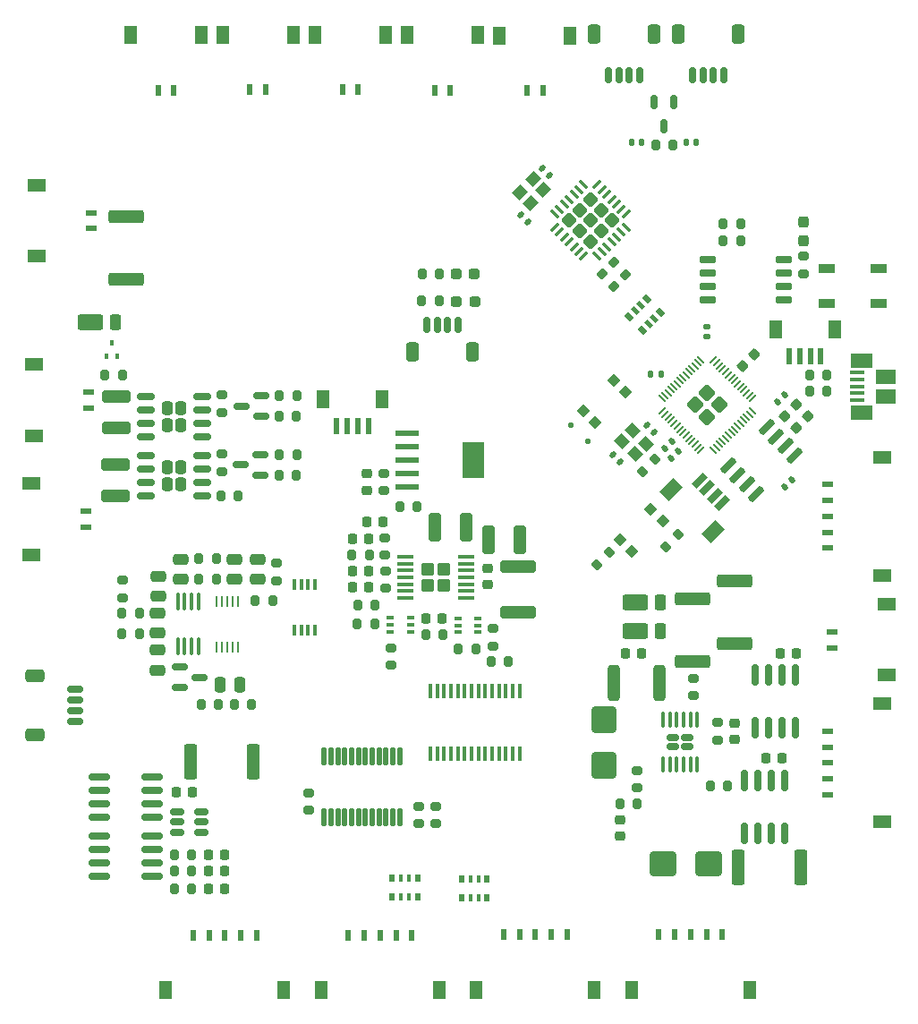
<source format=gbr>
%TF.GenerationSoftware,KiCad,Pcbnew,7.0.1*%
%TF.CreationDate,2023-12-11T20:48:33-07:00*%
%TF.ProjectId,Battery_Board_V3,42617474-6572-4795-9f42-6f6172645f56,rev?*%
%TF.SameCoordinates,Original*%
%TF.FileFunction,Paste,Top*%
%TF.FilePolarity,Positive*%
%FSLAX46Y46*%
G04 Gerber Fmt 4.6, Leading zero omitted, Abs format (unit mm)*
G04 Created by KiCad (PCBNEW 7.0.1) date 2023-12-11 20:48:33*
%MOMM*%
%LPD*%
G01*
G04 APERTURE LIST*
G04 Aperture macros list*
%AMRoundRect*
0 Rectangle with rounded corners*
0 $1 Rounding radius*
0 $2 $3 $4 $5 $6 $7 $8 $9 X,Y pos of 4 corners*
0 Add a 4 corners polygon primitive as box body*
4,1,4,$2,$3,$4,$5,$6,$7,$8,$9,$2,$3,0*
0 Add four circle primitives for the rounded corners*
1,1,$1+$1,$2,$3*
1,1,$1+$1,$4,$5*
1,1,$1+$1,$6,$7*
1,1,$1+$1,$8,$9*
0 Add four rect primitives between the rounded corners*
20,1,$1+$1,$2,$3,$4,$5,0*
20,1,$1+$1,$4,$5,$6,$7,0*
20,1,$1+$1,$6,$7,$8,$9,0*
20,1,$1+$1,$8,$9,$2,$3,0*%
%AMRotRect*
0 Rectangle, with rotation*
0 The origin of the aperture is its center*
0 $1 length*
0 $2 width*
0 $3 Rotation angle, in degrees counterclockwise*
0 Add horizontal line*
21,1,$1,$2,0,0,$3*%
G04 Aperture macros list end*
%ADD10RoundRect,0.150000X0.150000X0.625000X-0.150000X0.625000X-0.150000X-0.625000X0.150000X-0.625000X0*%
%ADD11RoundRect,0.250000X0.350000X0.650000X-0.350000X0.650000X-0.350000X-0.650000X0.350000X-0.650000X0*%
%ADD12RoundRect,0.250000X1.425000X-0.362500X1.425000X0.362500X-1.425000X0.362500X-1.425000X-0.362500X0*%
%ADD13R,1.000000X0.600000*%
%ADD14R,1.800000X1.250000*%
%ADD15RoundRect,0.200000X0.275000X-0.200000X0.275000X0.200000X-0.275000X0.200000X-0.275000X-0.200000X0*%
%ADD16RotRect,0.600000X1.550000X135.000000*%
%ADD17RotRect,1.200000X1.800000X135.000000*%
%ADD18RoundRect,0.225000X-0.225000X-0.250000X0.225000X-0.250000X0.225000X0.250000X-0.225000X0.250000X0*%
%ADD19R,1.500000X0.900000*%
%ADD20RoundRect,0.150000X0.825000X0.150000X-0.825000X0.150000X-0.825000X-0.150000X0.825000X-0.150000X0*%
%ADD21R,0.650000X0.400000*%
%ADD22RoundRect,0.200000X-0.200000X-0.275000X0.200000X-0.275000X0.200000X0.275000X-0.200000X0.275000X0*%
%ADD23RoundRect,0.250000X0.255000X0.395000X-0.255000X0.395000X-0.255000X-0.395000X0.255000X-0.395000X0*%
%ADD24RoundRect,0.150000X0.662500X0.150000X-0.662500X0.150000X-0.662500X-0.150000X0.662500X-0.150000X0*%
%ADD25RoundRect,0.150000X-0.512500X-0.150000X0.512500X-0.150000X0.512500X0.150000X-0.512500X0.150000X0*%
%ADD26R,0.600000X1.000000*%
%ADD27R,1.250000X1.800000*%
%ADD28RoundRect,0.140000X-0.021213X0.219203X-0.219203X0.021213X0.021213X-0.219203X0.219203X-0.021213X0*%
%ADD29RoundRect,0.140000X-0.219203X-0.021213X-0.021213X-0.219203X0.219203X0.021213X0.021213X0.219203X0*%
%ADD30RoundRect,0.200000X0.200000X0.275000X-0.200000X0.275000X-0.200000X-0.275000X0.200000X-0.275000X0*%
%ADD31RoundRect,0.250000X0.275000X0.500000X-0.275000X0.500000X-0.275000X-0.500000X0.275000X-0.500000X0*%
%ADD32RoundRect,0.250000X0.950000X0.500000X-0.950000X0.500000X-0.950000X-0.500000X0.950000X-0.500000X0*%
%ADD33RoundRect,0.225000X-0.250000X0.225000X-0.250000X-0.225000X0.250000X-0.225000X0.250000X0.225000X0*%
%ADD34RotRect,0.800000X0.500000X135.000000*%
%ADD35RotRect,0.800000X0.400000X135.000000*%
%ADD36RoundRect,0.200000X0.335876X0.053033X0.053033X0.335876X-0.335876X-0.053033X-0.053033X-0.335876X0*%
%ADD37RoundRect,0.225000X0.250000X-0.225000X0.250000X0.225000X-0.250000X0.225000X-0.250000X-0.225000X0*%
%ADD38RoundRect,0.250000X-0.475000X0.250000X-0.475000X-0.250000X0.475000X-0.250000X0.475000X0.250000X0*%
%ADD39RoundRect,0.150000X0.150000X-0.825000X0.150000X0.825000X-0.150000X0.825000X-0.150000X-0.825000X0*%
%ADD40R,2.200000X0.600000*%
%ADD41R,2.150000X3.450000*%
%ADD42RoundRect,0.150000X0.406586X0.618718X-0.618718X-0.406586X-0.406586X-0.618718X0.618718X0.406586X0*%
%ADD43RotRect,0.900000X0.900000X225.000000*%
%ADD44RotRect,0.900000X0.900000X45.000000*%
%ADD45RoundRect,0.020500X0.184500X-0.764500X0.184500X0.764500X-0.184500X0.764500X-0.184500X-0.764500X0*%
%ADD46RoundRect,0.150000X0.587500X0.150000X-0.587500X0.150000X-0.587500X-0.150000X0.587500X-0.150000X0*%
%ADD47RoundRect,0.250000X0.362500X1.425000X-0.362500X1.425000X-0.362500X-1.425000X0.362500X-1.425000X0*%
%ADD48RoundRect,0.250001X-0.354999X-0.374999X0.354999X-0.374999X0.354999X0.374999X-0.354999X0.374999X0*%
%ADD49RoundRect,0.100000X-0.687500X-0.100000X0.687500X-0.100000X0.687500X0.100000X-0.687500X0.100000X0*%
%ADD50RoundRect,0.200000X0.053033X-0.335876X0.335876X-0.053033X-0.053033X0.335876X-0.335876X0.053033X0*%
%ADD51R,0.500000X0.800000*%
%ADD52R,0.400000X0.800000*%
%ADD53RoundRect,0.237500X-0.237500X0.287500X-0.237500X-0.287500X0.237500X-0.287500X0.237500X0.287500X0*%
%ADD54RoundRect,0.250000X-0.362500X-1.425000X0.362500X-1.425000X0.362500X1.425000X-0.362500X1.425000X0*%
%ADD55RoundRect,0.250000X-1.000000X-0.900000X1.000000X-0.900000X1.000000X0.900000X-1.000000X0.900000X0*%
%ADD56RoundRect,0.140000X0.219203X0.021213X0.021213X0.219203X-0.219203X-0.021213X-0.021213X-0.219203X0*%
%ADD57RoundRect,0.125000X0.176777X0.000000X0.000000X0.176777X-0.176777X0.000000X0.000000X-0.176777X0*%
%ADD58RoundRect,0.150000X-0.150000X0.512500X-0.150000X-0.512500X0.150000X-0.512500X0.150000X0.512500X0*%
%ADD59RoundRect,0.150000X-0.150000X0.825000X-0.150000X-0.825000X0.150000X-0.825000X0.150000X0.825000X0*%
%ADD60RoundRect,0.200000X-0.053033X0.335876X-0.335876X0.053033X0.053033X-0.335876X0.335876X-0.053033X0*%
%ADD61RoundRect,0.237500X-0.287500X-0.237500X0.287500X-0.237500X0.287500X0.237500X-0.287500X0.237500X0*%
%ADD62R,0.400000X0.510000*%
%ADD63RoundRect,0.250000X-1.425000X0.362500X-1.425000X-0.362500X1.425000X-0.362500X1.425000X0.362500X0*%
%ADD64RoundRect,0.200000X-0.275000X0.200000X-0.275000X-0.200000X0.275000X-0.200000X0.275000X0.200000X0*%
%ADD65RoundRect,0.100000X0.100000X-0.712500X0.100000X0.712500X-0.100000X0.712500X-0.100000X-0.712500X0*%
%ADD66RoundRect,0.250000X0.325000X1.100000X-0.325000X1.100000X-0.325000X-1.100000X0.325000X-1.100000X0*%
%ADD67R,0.450000X1.475000*%
%ADD68RoundRect,0.225000X0.225000X0.250000X-0.225000X0.250000X-0.225000X-0.250000X0.225000X-0.250000X0*%
%ADD69RoundRect,0.150000X-0.650000X-0.150000X0.650000X-0.150000X0.650000X0.150000X-0.650000X0.150000X0*%
%ADD70RoundRect,0.150000X-0.587500X-0.150000X0.587500X-0.150000X0.587500X0.150000X-0.587500X0.150000X0*%
%ADD71RoundRect,0.150000X-0.625000X0.150000X-0.625000X-0.150000X0.625000X-0.150000X0.625000X0.150000X0*%
%ADD72RoundRect,0.250000X-0.650000X0.350000X-0.650000X-0.350000X0.650000X-0.350000X0.650000X0.350000X0*%
%ADD73RoundRect,0.250000X1.100000X-0.325000X1.100000X0.325000X-1.100000X0.325000X-1.100000X-0.325000X0*%
%ADD74RoundRect,0.140000X0.170000X-0.140000X0.170000X0.140000X-0.170000X0.140000X-0.170000X-0.140000X0*%
%ADD75RoundRect,0.140000X-0.140000X-0.170000X0.140000X-0.170000X0.140000X0.170000X-0.140000X0.170000X0*%
%ADD76R,1.380000X0.450000*%
%ADD77R,2.100000X1.475000*%
%ADD78R,1.900000X1.375000*%
%ADD79RoundRect,0.250000X-0.900000X1.000000X-0.900000X-1.000000X0.900000X-1.000000X0.900000X1.000000X0*%
%ADD80RoundRect,0.140000X0.140000X0.170000X-0.140000X0.170000X-0.140000X-0.170000X0.140000X-0.170000X0*%
%ADD81RoundRect,0.249999X-0.558616X0.000000X0.000000X-0.558616X0.558616X0.000000X0.000000X0.558616X0*%
%ADD82RoundRect,0.050000X-0.309359X0.238649X0.238649X-0.309359X0.309359X-0.238649X-0.238649X0.309359X0*%
%ADD83RoundRect,0.050000X-0.309359X-0.238649X-0.238649X-0.309359X0.309359X0.238649X0.238649X0.309359X0*%
%ADD84RoundRect,0.250000X0.475000X-0.250000X0.475000X0.250000X-0.475000X0.250000X-0.475000X-0.250000X0*%
%ADD85R,0.250000X1.100000*%
%ADD86RoundRect,0.250000X-0.312500X-1.450000X0.312500X-1.450000X0.312500X1.450000X-0.312500X1.450000X0*%
%ADD87RoundRect,0.250000X0.452548X0.000000X0.000000X0.452548X-0.452548X0.000000X0.000000X-0.452548X0*%
%ADD88RoundRect,0.075000X0.362392X-0.256326X-0.256326X0.362392X-0.362392X0.256326X0.256326X-0.362392X0*%
%ADD89RoundRect,0.075000X0.362392X0.256326X0.256326X0.362392X-0.362392X-0.256326X-0.256326X-0.362392X0*%
%ADD90R,0.400000X1.100000*%
%ADD91R,0.600000X1.550000*%
%ADD92R,1.200000X1.800000*%
%ADD93RoundRect,0.225000X0.017678X-0.335876X0.335876X-0.017678X-0.017678X0.335876X-0.335876X0.017678X0*%
%ADD94RoundRect,0.225000X-0.335876X-0.017678X-0.017678X-0.335876X0.335876X0.017678X0.017678X0.335876X0*%
%ADD95RoundRect,0.250000X-0.325000X-1.100000X0.325000X-1.100000X0.325000X1.100000X-0.325000X1.100000X0*%
%ADD96RoundRect,0.250000X-1.450000X0.312500X-1.450000X-0.312500X1.450000X-0.312500X1.450000X0.312500X0*%
%ADD97RoundRect,0.167500X0.407500X-0.167500X0.407500X0.167500X-0.407500X0.167500X-0.407500X-0.167500X0*%
%ADD98RoundRect,0.100000X0.100000X-0.625000X0.100000X0.625000X-0.100000X0.625000X-0.100000X-0.625000X0*%
%ADD99RotRect,1.150000X1.000000X315.000000*%
%ADD100RoundRect,0.250000X-0.250000X-0.475000X0.250000X-0.475000X0.250000X0.475000X-0.250000X0.475000X0*%
%ADD101RoundRect,0.140000X0.021213X-0.219203X0.219203X-0.021213X-0.021213X0.219203X-0.219203X0.021213X0*%
%ADD102RotRect,1.150000X1.000000X225.000000*%
G04 APERTURE END LIST*
D10*
%TO.C,J27*%
X154110000Y-70395000D03*
X153110000Y-70395000D03*
X152110000Y-70395000D03*
X151110000Y-70395000D03*
D11*
X155410000Y-72920000D03*
X149810000Y-72920000D03*
%TD*%
D12*
%TO.C,R58*%
X122690000Y-66092500D03*
X122690000Y-60167500D03*
%TD*%
D13*
%TO.C,J17*%
X119370000Y-61300000D03*
X119370000Y-59800000D03*
D14*
X114180000Y-57195000D03*
X114180000Y-63905000D03*
%TD*%
D15*
%TO.C,R57*%
X186790000Y-65585000D03*
X186790000Y-63935000D03*
%TD*%
D16*
%TO.C,J21*%
X179057577Y-87283744D03*
X178350470Y-86576637D03*
X177643363Y-85869530D03*
X176936256Y-85162423D03*
D17*
X178191371Y-89988427D03*
X174231573Y-86028629D03*
%TD*%
D18*
%TO.C,C1*%
X144082500Y-90615000D03*
X145632500Y-90615000D03*
%TD*%
D19*
%TO.C,LED1*%
X193870000Y-68420000D03*
X193870000Y-65120000D03*
X188970000Y-65120000D03*
X188970000Y-68420000D03*
%TD*%
D20*
%TO.C,Q2*%
X125124999Y-122585000D03*
X125124999Y-121315000D03*
X125124999Y-120045000D03*
X125124999Y-118775000D03*
X120174999Y-118775000D03*
X120174999Y-120045000D03*
X120174999Y-121315000D03*
X120174999Y-122585000D03*
%TD*%
D21*
%TO.C,Q3*%
X154057500Y-98180000D03*
X154057500Y-98830000D03*
X154057500Y-99480000D03*
X155957500Y-99480000D03*
X155957500Y-98830000D03*
X155957500Y-98180000D03*
%TD*%
D22*
%TO.C,R4*%
X127225000Y-120530000D03*
X128875000Y-120530000D03*
%TD*%
D23*
%TO.C,Q9*%
X127832502Y-85469999D03*
X127832502Y-83869999D03*
X126572502Y-85469999D03*
X126572502Y-83869999D03*
D24*
X129840002Y-86574999D03*
X129840002Y-85304999D03*
X129840002Y-84034999D03*
X129840002Y-82764999D03*
X124565002Y-82764999D03*
X124565002Y-84034999D03*
X124565002Y-85304999D03*
X124565002Y-86574999D03*
%TD*%
D25*
%TO.C,U1*%
X127542500Y-116500000D03*
X127542500Y-117450000D03*
X127542500Y-118400000D03*
X129817500Y-118400000D03*
X129817500Y-117450000D03*
X129817500Y-116500000D03*
%TD*%
D26*
%TO.C,J11*%
X143710000Y-128130000D03*
X145210000Y-128130000D03*
X146710000Y-128130000D03*
X148210000Y-128130000D03*
X149710000Y-128130000D03*
D27*
X141105000Y-133320000D03*
X152315000Y-133320000D03*
%TD*%
D28*
%TO.C,C31*%
X185639411Y-85060589D03*
X184960589Y-85739411D03*
%TD*%
D26*
%TO.C,J7*%
X153370000Y-48210000D03*
X151870000Y-48210000D03*
D27*
X155975000Y-43020000D03*
X149265000Y-43020000D03*
%TD*%
D29*
%TO.C,C20*%
X171960589Y-79870589D03*
X172639411Y-80549411D03*
%TD*%
D26*
%TO.C,J13*%
X173090000Y-128100000D03*
X174590000Y-128100000D03*
X176090000Y-128100000D03*
X177590000Y-128100000D03*
X179090000Y-128100000D03*
D27*
X170485000Y-133290000D03*
X181695000Y-133290000D03*
%TD*%
D30*
%TO.C,FB3*%
X131215000Y-94502499D03*
X129565000Y-94502499D03*
%TD*%
D31*
%TO.C,D1*%
X121640001Y-70154998D03*
D32*
X119265001Y-70154998D03*
%TD*%
D30*
%TO.C,R19*%
X133285000Y-86564998D03*
X131635000Y-86564998D03*
%TD*%
D33*
%TO.C,C40*%
X180220000Y-108085000D03*
X180220000Y-109635000D03*
%TD*%
D34*
%TO.C,R48*%
X171537868Y-70934924D03*
D35*
X172103553Y-70369239D03*
X172669239Y-69803553D03*
D34*
X173234924Y-69237868D03*
X171962132Y-67965076D03*
D35*
X171396447Y-68530761D03*
X170830761Y-69096447D03*
D34*
X170265076Y-69662132D03*
%TD*%
D26*
%TO.C,J8*%
X162110000Y-48230000D03*
X160610000Y-48230000D03*
D27*
X164715000Y-43040000D03*
X158005000Y-43040000D03*
%TD*%
D30*
%TO.C,R31*%
X180825000Y-60880000D03*
X179175000Y-60880000D03*
%TD*%
D22*
%TO.C,R43*%
X169415000Y-115690000D03*
X171065000Y-115690000D03*
%TD*%
D36*
%TO.C,R40*%
X169963503Y-65683595D03*
X168796777Y-64516869D03*
%TD*%
D37*
%TO.C,C13*%
X145467500Y-86055000D03*
X145467500Y-84505000D03*
%TD*%
D38*
%TO.C,C18*%
X125665000Y-97682499D03*
X125665000Y-99582499D03*
%TD*%
D39*
%TO.C,U14*%
X182215000Y-108495000D03*
X183485000Y-108495000D03*
X184755000Y-108495000D03*
X186025000Y-108495000D03*
X186025000Y-103545000D03*
X184755000Y-103545000D03*
X183485000Y-103545000D03*
X182215000Y-103545000D03*
%TD*%
D40*
%TO.C,U6*%
X149270000Y-80630000D03*
X149270000Y-81900000D03*
X149270000Y-83170000D03*
X149270000Y-84440000D03*
X149270000Y-85710000D03*
D41*
X155570000Y-83170000D03*
%TD*%
D42*
%TO.C,U13*%
X185957838Y-82766238D03*
X185059813Y-81868213D03*
X184161787Y-80970187D03*
X183263762Y-80072162D03*
X179622162Y-83713762D03*
X180520187Y-84611787D03*
X181418213Y-85509813D03*
X182316238Y-86407838D03*
%TD*%
D43*
%TO.C,SW1*%
X167046117Y-79685254D03*
X169945254Y-76786117D03*
X165914746Y-78553883D03*
X168813883Y-75654746D03*
%TD*%
D13*
%TO.C,J14*%
X189020000Y-114845000D03*
X189020000Y-113345000D03*
X189020000Y-111845000D03*
X189020000Y-110345000D03*
X189020000Y-108845000D03*
D14*
X194210000Y-117450000D03*
X194210000Y-106240000D03*
%TD*%
D22*
%TO.C,FB1*%
X132890000Y-106322499D03*
X134540000Y-106322499D03*
%TD*%
D44*
%TO.C,SW2*%
X172313883Y-87844746D03*
X169414746Y-90743883D03*
X173445254Y-88976117D03*
X170546117Y-91875254D03*
%TD*%
D18*
%TO.C,C12*%
X151052500Y-98160000D03*
X152602500Y-98160000D03*
%TD*%
D37*
%TO.C,C6*%
X156907500Y-95015000D03*
X156907500Y-93465000D03*
%TD*%
D45*
%TO.C,U5*%
X141420000Y-117000000D03*
X142070000Y-117000000D03*
X142720000Y-117000000D03*
X143370000Y-117000000D03*
X144020000Y-117000000D03*
X144670000Y-117000000D03*
X145320000Y-117000000D03*
X145970000Y-117000000D03*
X146620000Y-117000000D03*
X147270000Y-117000000D03*
X147920000Y-117000000D03*
X148570000Y-117000000D03*
X148570000Y-111260000D03*
X147920000Y-111260000D03*
X147270000Y-111260000D03*
X146620000Y-111260000D03*
X145970000Y-111260000D03*
X145320000Y-111260000D03*
X144670000Y-111260000D03*
X144020000Y-111260000D03*
X143370000Y-111260000D03*
X142720000Y-111260000D03*
X142070000Y-111260000D03*
X141420000Y-111260000D03*
%TD*%
D46*
%TO.C,Q7*%
X135407501Y-84619998D03*
X135407501Y-82719998D03*
X133532501Y-83669998D03*
%TD*%
D22*
%TO.C,R54*%
X187340000Y-76720000D03*
X188990000Y-76720000D03*
%TD*%
D47*
%TO.C,R1*%
X134712500Y-111740000D03*
X128787500Y-111740000D03*
%TD*%
D10*
%TO.C,J20*%
X171300000Y-46780000D03*
X170300000Y-46780000D03*
X169300000Y-46780000D03*
X168300000Y-46780000D03*
D11*
X172600000Y-42905000D03*
X167000000Y-42905000D03*
%TD*%
D48*
%TO.C,U3*%
X151227500Y-93525000D03*
X151227500Y-95075000D03*
X152727500Y-93525000D03*
X152727500Y-95075000D03*
D49*
X149115000Y-92350000D03*
X149115000Y-93000000D03*
X149115000Y-93650000D03*
X149115000Y-94300000D03*
X149115000Y-94950000D03*
X149115000Y-95600000D03*
X149115000Y-96250000D03*
X154840000Y-96250000D03*
X154840000Y-95600000D03*
X154840000Y-94950000D03*
X154840000Y-94300000D03*
X154840000Y-93650000D03*
X154840000Y-93000000D03*
X154840000Y-92350000D03*
%TD*%
D50*
%TO.C,R45*%
X173716637Y-91403363D03*
X174883363Y-90236637D03*
%TD*%
D15*
%TO.C,R52*%
X178650000Y-109685000D03*
X178650000Y-108035000D03*
%TD*%
D30*
%TO.C,R10*%
X155762500Y-101060000D03*
X154112500Y-101060000D03*
%TD*%
D15*
%TO.C,R20*%
X139990000Y-116330000D03*
X139990000Y-114680000D03*
%TD*%
D38*
%TO.C,C27*%
X132924999Y-92572500D03*
X132924999Y-94472500D03*
%TD*%
D22*
%TO.C,R53*%
X187340000Y-75180000D03*
X188990000Y-75180000D03*
%TD*%
D51*
%TO.C,R18*%
X156840000Y-122790000D03*
D52*
X156040000Y-122790000D03*
X155240000Y-122790000D03*
D51*
X154440000Y-122790000D03*
X154440000Y-124590000D03*
D52*
X155240000Y-124590000D03*
X156040000Y-124590000D03*
D51*
X156840000Y-124590000D03*
%TD*%
D30*
%TO.C,R9*%
X122302500Y-75170000D03*
X120652500Y-75170000D03*
%TD*%
D50*
%TO.C,R36*%
X167200000Y-93110000D03*
X168366726Y-91943274D03*
%TD*%
D53*
%TO.C,D10*%
X186770000Y-62435000D03*
X186770000Y-60685000D03*
%TD*%
D54*
%TO.C,R49*%
X180597500Y-121770000D03*
X186522500Y-121770000D03*
%TD*%
D55*
%TO.C,D4*%
X173502500Y-121420000D03*
X177802500Y-121420000D03*
%TD*%
D10*
%TO.C,J22*%
X179250000Y-46800000D03*
X178250000Y-46800000D03*
X177250000Y-46800000D03*
X176250000Y-46800000D03*
D11*
X180550000Y-42925000D03*
X174950000Y-42925000D03*
%TD*%
D56*
%TO.C,C21*%
X169389411Y-83379411D03*
X168710589Y-82700589D03*
%TD*%
D57*
%TO.C,D8*%
X164772183Y-79872183D03*
X166327817Y-81427817D03*
%TD*%
D58*
%TO.C,D5*%
X174522500Y-49312500D03*
X172622500Y-49312500D03*
X173572500Y-51587500D03*
%TD*%
D59*
%TO.C,U12*%
X185025000Y-113555000D03*
X183755000Y-113555000D03*
X182485000Y-113555000D03*
X181215000Y-113555000D03*
X181215000Y-118505000D03*
X182485000Y-118505000D03*
X183755000Y-118505000D03*
X185025000Y-118505000D03*
%TD*%
D15*
%TO.C,R6*%
X147137500Y-92210000D03*
X147137500Y-90560000D03*
%TD*%
D60*
%TO.C,R38*%
X172683363Y-83136637D03*
X171516637Y-84303363D03*
%TD*%
D61*
%TO.C,D2*%
X155670000Y-68240000D03*
X153920000Y-68240000D03*
%TD*%
D62*
%TO.C,Q4*%
X120841957Y-73425562D03*
X121841957Y-73425562D03*
X121341957Y-72135562D03*
%TD*%
D63*
%TO.C,R55*%
X176250000Y-96307500D03*
X176250000Y-102232500D03*
%TD*%
D22*
%TO.C,R37*%
X129760000Y-106302499D03*
X131410000Y-106302499D03*
%TD*%
D64*
%TO.C,R25*%
X147057500Y-84455000D03*
X147057500Y-86105000D03*
%TD*%
D22*
%TO.C,R26*%
X148552500Y-87640000D03*
X150202500Y-87640000D03*
%TD*%
D29*
%TO.C,C35*%
X160049866Y-59984315D03*
X160728688Y-60663137D03*
%TD*%
D33*
%TO.C,C34*%
X169450000Y-117235000D03*
X169450000Y-118785000D03*
%TD*%
D26*
%TO.C,J5*%
X135890000Y-48177500D03*
X134390000Y-48177500D03*
D27*
X138495000Y-42987500D03*
X131785000Y-42987500D03*
%TD*%
D29*
%TO.C,C36*%
X162036836Y-55564897D03*
X162715658Y-56243719D03*
%TD*%
D38*
%TO.C,C16*%
X135085000Y-92592499D03*
X135085000Y-94492499D03*
%TD*%
D65*
%TO.C,U9*%
X127570000Y-100835000D03*
X128220000Y-100835000D03*
X128870000Y-100835000D03*
X129520000Y-100835000D03*
X129520000Y-96610000D03*
X128870000Y-96610000D03*
X128220000Y-96610000D03*
X127570000Y-96610000D03*
%TD*%
D30*
%TO.C,R47*%
X179615000Y-114000000D03*
X177965000Y-114000000D03*
%TD*%
D28*
%TO.C,C33*%
X174339411Y-81460589D03*
X173660589Y-82139411D03*
%TD*%
D66*
%TO.C,C4*%
X154822500Y-89530000D03*
X151872500Y-89530000D03*
%TD*%
D31*
%TO.C,D6*%
X173225000Y-99350000D03*
D32*
X170850000Y-99350000D03*
%TD*%
D67*
%TO.C,IC1*%
X151465000Y-110958000D03*
X152115000Y-110958000D03*
X152765000Y-110958000D03*
X153415000Y-110958000D03*
X154065000Y-110958000D03*
X154715000Y-110958000D03*
X155365000Y-110958000D03*
X156015000Y-110958000D03*
X156665000Y-110958000D03*
X157315000Y-110958000D03*
X157965000Y-110958000D03*
X158615000Y-110958000D03*
X159265000Y-110958000D03*
X159915000Y-110958000D03*
X159915000Y-105082000D03*
X159265000Y-105082000D03*
X158615000Y-105082000D03*
X157965000Y-105082000D03*
X157315000Y-105082000D03*
X156665000Y-105082000D03*
X156015000Y-105082000D03*
X155365000Y-105082000D03*
X154715000Y-105082000D03*
X154065000Y-105082000D03*
X153415000Y-105082000D03*
X152765000Y-105082000D03*
X152115000Y-105082000D03*
X151465000Y-105082000D03*
%TD*%
D68*
%TO.C,C7*%
X131995000Y-123720000D03*
X130445000Y-123720000D03*
%TD*%
D28*
%TO.C,C26*%
X185009411Y-77030589D03*
X184330589Y-77709411D03*
%TD*%
D22*
%TO.C,R12*%
X151012500Y-99750000D03*
X152662500Y-99750000D03*
%TD*%
D30*
%TO.C,R22*%
X138817501Y-82669999D03*
X137167501Y-82669999D03*
%TD*%
D69*
%TO.C,U8*%
X177720000Y-64275000D03*
X177720000Y-65545000D03*
X177720000Y-66815000D03*
X177720000Y-68085000D03*
X184920000Y-68085000D03*
X184920000Y-66815000D03*
X184920000Y-65545000D03*
X184920000Y-64275000D03*
%TD*%
D26*
%TO.C,J12*%
X158390000Y-128110000D03*
X159890000Y-128110000D03*
X161390000Y-128110000D03*
X162890000Y-128110000D03*
X164390000Y-128110000D03*
D27*
X155785000Y-133300000D03*
X166995000Y-133300000D03*
%TD*%
D15*
%TO.C,R15*%
X147777500Y-102595000D03*
X147777500Y-100945000D03*
%TD*%
D22*
%TO.C,R56*%
X179155000Y-62450000D03*
X180805000Y-62450000D03*
%TD*%
D68*
%TO.C,C10*%
X145622500Y-95260000D03*
X144072500Y-95260000D03*
%TD*%
D21*
%TO.C,Q5*%
X149587500Y-99440000D03*
X149587500Y-98790000D03*
X149587500Y-98140000D03*
X147687500Y-98140000D03*
X147687500Y-98790000D03*
X147687500Y-99440000D03*
%TD*%
D46*
%TO.C,Q6*%
X135440002Y-79039999D03*
X135440002Y-77139999D03*
X133565002Y-78089999D03*
%TD*%
D30*
%TO.C,FB2*%
X131210000Y-92552500D03*
X129560000Y-92552500D03*
%TD*%
D68*
%TO.C,C11*%
X145627500Y-93730000D03*
X144077500Y-93730000D03*
%TD*%
D70*
%TO.C,U10*%
X127767500Y-102802500D03*
X127767500Y-104702500D03*
X129642500Y-103752500D03*
%TD*%
D68*
%TO.C,C8*%
X132015001Y-120540000D03*
X130465001Y-120540000D03*
%TD*%
D30*
%TO.C,R3*%
X128885000Y-123740000D03*
X127235000Y-123740000D03*
%TD*%
D71*
%TO.C,J16*%
X117890000Y-104910000D03*
X117890000Y-105910000D03*
X117890000Y-106910000D03*
X117890000Y-107910000D03*
D72*
X114015000Y-103610000D03*
X114015000Y-109210000D03*
%TD*%
D22*
%TO.C,R13*%
X157182500Y-102260000D03*
X158832500Y-102260000D03*
%TD*%
D26*
%TO.C,J10*%
X129015000Y-128150000D03*
X130515000Y-128150000D03*
X132015000Y-128150000D03*
X133515000Y-128150000D03*
X135015000Y-128150000D03*
D27*
X126410000Y-133340000D03*
X137620000Y-133340000D03*
%TD*%
D18*
%TO.C,C42*%
X184575000Y-101520000D03*
X186125000Y-101520000D03*
%TD*%
D68*
%TO.C,C9*%
X132005000Y-122090000D03*
X130455000Y-122090000D03*
%TD*%
D73*
%TO.C,C14*%
X121732500Y-80184998D03*
X121732500Y-77234998D03*
%TD*%
D15*
%TO.C,R30*%
X151940000Y-117620000D03*
X151940000Y-115970000D03*
%TD*%
D74*
%TO.C,C29*%
X177630000Y-71530000D03*
X177630000Y-70570000D03*
%TD*%
D12*
%TO.C,R50*%
X180210000Y-100592500D03*
X180210000Y-94667500D03*
%TD*%
D75*
%TO.C,C37*%
X175690000Y-53130000D03*
X176650000Y-53130000D03*
%TD*%
D76*
%TO.C,J24*%
X191890000Y-74947500D03*
X191890000Y-75597500D03*
X191890000Y-76247500D03*
X191890000Y-76897500D03*
X191890000Y-77547500D03*
D77*
X192250000Y-78710000D03*
D78*
X194550000Y-77185000D03*
X194550000Y-75310000D03*
D77*
X192250000Y-73785000D03*
%TD*%
D79*
%TO.C,D7*%
X167900000Y-107792500D03*
X167900000Y-112092500D03*
%TD*%
D64*
%TO.C,R27*%
X131742501Y-77054999D03*
X131742501Y-78704999D03*
%TD*%
D13*
%TO.C,J4*%
X189480000Y-100950000D03*
X189480000Y-99450000D03*
D14*
X194670000Y-103555000D03*
X194670000Y-96845000D03*
%TD*%
D18*
%TO.C,C2*%
X145447500Y-89075000D03*
X146997500Y-89075000D03*
%TD*%
D30*
%TO.C,R39*%
X152310000Y-68160000D03*
X150660000Y-68160000D03*
%TD*%
D51*
%TO.C,R16*%
X150250000Y-122760000D03*
D52*
X149450000Y-122760000D03*
X148650000Y-122760000D03*
D51*
X147850000Y-122760000D03*
X147850000Y-124560000D03*
D52*
X148650000Y-124560000D03*
X149450000Y-124560000D03*
D51*
X150250000Y-124560000D03*
%TD*%
D22*
%TO.C,R23*%
X137147502Y-79059999D03*
X138797502Y-79059999D03*
%TD*%
D80*
%TO.C,C32*%
X173270000Y-75050000D03*
X172310000Y-75050000D03*
%TD*%
D13*
%TO.C,J2*%
X118900000Y-88055000D03*
X118900000Y-89555000D03*
D14*
X113710000Y-85450000D03*
X113710000Y-92160000D03*
%TD*%
D81*
%TO.C,IC3*%
X177666528Y-76866516D03*
X176535157Y-77997887D03*
X178797899Y-77997887D03*
X177666528Y-79129258D03*
D82*
X177074326Y-73728730D03*
X176791483Y-74011573D03*
X176508641Y-74294415D03*
X176225798Y-74577258D03*
X175942955Y-74860101D03*
X175660113Y-75142943D03*
X175377270Y-75425786D03*
X175094427Y-75708629D03*
X174811584Y-75991472D03*
X174528742Y-76274314D03*
X174245899Y-76557157D03*
X173963056Y-76840000D03*
X173680214Y-77122842D03*
X173397371Y-77405685D03*
D83*
X173397371Y-78590089D03*
X173680214Y-78872932D03*
X173963056Y-79155774D03*
X174245899Y-79438617D03*
X174528742Y-79721460D03*
X174811584Y-80004302D03*
X175094427Y-80287145D03*
X175377270Y-80569988D03*
X175660113Y-80852831D03*
X175942955Y-81135673D03*
X176225798Y-81418516D03*
X176508641Y-81701359D03*
X176791483Y-81984201D03*
X177074326Y-82267044D03*
D82*
X178258730Y-82267044D03*
X178541573Y-81984201D03*
X178824415Y-81701359D03*
X179107258Y-81418516D03*
X179390101Y-81135673D03*
X179672943Y-80852831D03*
X179955786Y-80569988D03*
X180238629Y-80287145D03*
X180521472Y-80004302D03*
X180804314Y-79721460D03*
X181087157Y-79438617D03*
X181370000Y-79155774D03*
X181652842Y-78872932D03*
X181935685Y-78590089D03*
D83*
X181935685Y-77405685D03*
X181652842Y-77122842D03*
X181370000Y-76840000D03*
X181087157Y-76557157D03*
X180804314Y-76274314D03*
X180521472Y-75991472D03*
X180238629Y-75708629D03*
X179955786Y-75425786D03*
X179672943Y-75142943D03*
X179390101Y-74860101D03*
X179107258Y-74577258D03*
X178824415Y-74294415D03*
X178541573Y-74011573D03*
X178258730Y-73728730D03*
%TD*%
D73*
%TO.C,C15*%
X121702500Y-86564998D03*
X121702500Y-83614998D03*
%TD*%
D13*
%TO.C,J15*%
X189040000Y-91530000D03*
X189040000Y-90030000D03*
X189040000Y-88530000D03*
X189040000Y-87030000D03*
X189040000Y-85530000D03*
D14*
X194230000Y-94135000D03*
X194230000Y-82925000D03*
%TD*%
D22*
%TO.C,R8*%
X144032500Y-92145000D03*
X145682500Y-92145000D03*
%TD*%
D84*
%TO.C,C17*%
X125675000Y-103082499D03*
X125675000Y-101182499D03*
%TD*%
D85*
%TO.C,U7*%
X133265001Y-96572500D03*
X132765001Y-96572500D03*
X132265001Y-96572500D03*
X131765001Y-96572500D03*
X131265001Y-96572500D03*
X131265001Y-100872500D03*
X131765001Y-100872500D03*
X132265001Y-100872500D03*
X132765001Y-100872500D03*
X133265001Y-100872500D03*
%TD*%
D75*
%TO.C,C38*%
X170490000Y-53170000D03*
X171450000Y-53170000D03*
%TD*%
D86*
%TO.C,L2*%
X168822500Y-104250000D03*
X173097500Y-104250000D03*
%TD*%
D22*
%TO.C,R33*%
X122270001Y-99592499D03*
X123920001Y-99592499D03*
%TD*%
D87*
%TO.C,U11*%
X166611817Y-62558183D03*
X167615909Y-61554092D03*
X168620000Y-60550000D03*
X165607725Y-61554092D03*
X166611817Y-60550000D03*
X167615909Y-59545908D03*
X164603634Y-60550000D03*
X165607725Y-59545908D03*
X166611817Y-58541817D03*
D88*
X167239374Y-63935274D03*
X167698994Y-63475654D03*
X168158613Y-63016035D03*
X168618232Y-62556415D03*
X169077852Y-62096796D03*
X169537471Y-61637177D03*
X169997091Y-61177557D03*
D89*
X169997091Y-59922443D03*
X169537471Y-59462823D03*
X169077852Y-59003204D03*
X168618232Y-58543585D03*
X168158613Y-58083965D03*
X167698994Y-57624346D03*
X167239374Y-57164726D03*
D88*
X165984260Y-57164726D03*
X165524640Y-57624346D03*
X165065021Y-58083965D03*
X164605402Y-58543585D03*
X164145782Y-59003204D03*
X163686163Y-59462823D03*
X163226543Y-59922443D03*
D89*
X163226543Y-61177557D03*
X163686163Y-61637177D03*
X164145782Y-62096796D03*
X164605402Y-62556415D03*
X165065021Y-63016035D03*
X165524640Y-63475654D03*
X165984260Y-63935274D03*
%TD*%
D22*
%TO.C,R7*%
X144582500Y-96900000D03*
X146232500Y-96900000D03*
%TD*%
D84*
%TO.C,C24*%
X127845000Y-94482500D03*
X127845000Y-92582500D03*
%TD*%
D20*
%TO.C,Q1*%
X125114999Y-117025000D03*
X125114999Y-115755000D03*
X125114999Y-114485000D03*
X125114999Y-113215000D03*
X120164999Y-113215000D03*
X120164999Y-114485000D03*
X120164999Y-115755000D03*
X120164999Y-117025000D03*
%TD*%
D30*
%TO.C,R17*%
X146182500Y-98700000D03*
X144532500Y-98700000D03*
%TD*%
D15*
%TO.C,R29*%
X150400000Y-117620000D03*
X150400000Y-115970000D03*
%TD*%
D64*
%TO.C,R44*%
X171000000Y-112555000D03*
X171000000Y-114205000D03*
%TD*%
D22*
%TO.C,R5*%
X127235001Y-122070000D03*
X128885001Y-122070000D03*
%TD*%
D30*
%TO.C,R21*%
X138807501Y-77109998D03*
X137157501Y-77109998D03*
%TD*%
D26*
%TO.C,J9*%
X127190000Y-48207500D03*
X125690000Y-48207500D03*
D27*
X129795000Y-43017500D03*
X123085000Y-43017500D03*
%TD*%
D30*
%TO.C,R46*%
X174425000Y-53400000D03*
X172775000Y-53400000D03*
%TD*%
D90*
%TO.C,IC2*%
X140545000Y-94982499D03*
X139895000Y-94982499D03*
X139245000Y-94982499D03*
X138595000Y-94982499D03*
X138595000Y-99282499D03*
X139245000Y-99282499D03*
X139895000Y-99282499D03*
X140545000Y-99282499D03*
%TD*%
D91*
%TO.C,J19*%
X142597500Y-80005000D03*
X143597500Y-80005000D03*
X144597500Y-80005000D03*
X145597500Y-80005000D03*
D92*
X141297500Y-77480000D03*
X146897500Y-77480000D03*
%TD*%
D93*
%TO.C,C23*%
X181041992Y-74288008D03*
X182138008Y-73191992D03*
%TD*%
D94*
%TO.C,C28*%
X186071992Y-77961992D03*
X187168008Y-79058008D03*
%TD*%
D31*
%TO.C,D9*%
X173235000Y-96660000D03*
D32*
X170860000Y-96660000D03*
%TD*%
D15*
%TO.C,R32*%
X122335000Y-96207501D03*
X122335000Y-94557501D03*
%TD*%
D95*
%TO.C,C3*%
X156942500Y-90780000D03*
X159892500Y-90780000D03*
%TD*%
D15*
%TO.C,R2*%
X136900000Y-94607499D03*
X136900000Y-92957499D03*
%TD*%
D23*
%TO.C,Q8*%
X127850000Y-79885000D03*
X127850000Y-78285000D03*
X126590000Y-79885000D03*
X126590000Y-78285000D03*
D24*
X129857500Y-80990000D03*
X129857500Y-79720000D03*
X129857500Y-78450000D03*
X129857500Y-77180000D03*
X124582500Y-77180000D03*
X124582500Y-78450000D03*
X124582500Y-79720000D03*
X124582500Y-80990000D03*
%TD*%
D84*
%TO.C,C19*%
X125685001Y-96102500D03*
X125685001Y-94202500D03*
%TD*%
D96*
%TO.C,L1*%
X159727500Y-93312500D03*
X159727500Y-97587500D03*
%TD*%
D97*
%TO.C,IC4*%
X174380000Y-110290000D03*
X175800000Y-110290000D03*
X174380000Y-109470000D03*
X175800000Y-109470000D03*
D98*
X173465000Y-112030000D03*
X174115000Y-112030000D03*
X174765000Y-112030000D03*
X175415000Y-112030000D03*
X176065000Y-112030000D03*
X176715000Y-112030000D03*
X176715000Y-107730000D03*
X176065000Y-107730000D03*
X175415000Y-107730000D03*
X174765000Y-107730000D03*
X174115000Y-107730000D03*
X173465000Y-107730000D03*
%TD*%
D99*
%TO.C,Y1*%
X169616307Y-81406256D03*
X170853744Y-82643693D03*
X171843693Y-81653744D03*
X170606256Y-80416307D03*
%TD*%
D15*
%TO.C,R11*%
X147237500Y-95325000D03*
X147237500Y-93675000D03*
%TD*%
D30*
%TO.C,R35*%
X136530000Y-96502499D03*
X134880000Y-96502499D03*
%TD*%
%TO.C,R34*%
X123910001Y-97682499D03*
X122260001Y-97682499D03*
%TD*%
D15*
%TO.C,R51*%
X176360000Y-105505000D03*
X176360000Y-103855000D03*
%TD*%
D22*
%TO.C,R24*%
X137147501Y-84639998D03*
X138797501Y-84639998D03*
%TD*%
D18*
%TO.C,C39*%
X169935000Y-101470000D03*
X171485000Y-101470000D03*
%TD*%
D100*
%TO.C,C22*%
X131555000Y-104442499D03*
X133455000Y-104442499D03*
%TD*%
D18*
%TO.C,C5*%
X127395000Y-114610000D03*
X128945000Y-114610000D03*
%TD*%
D26*
%TO.C,J6*%
X144645000Y-48160000D03*
X143145000Y-48160000D03*
D27*
X147250000Y-42970000D03*
X140540000Y-42970000D03*
%TD*%
D18*
%TO.C,C41*%
X183215000Y-111430000D03*
X184765000Y-111430000D03*
%TD*%
D101*
%TO.C,C25*%
X174240589Y-83009411D03*
X174919411Y-82330589D03*
%TD*%
D13*
%TO.C,J3*%
X119107500Y-76790000D03*
X119107500Y-78290000D03*
D14*
X113917500Y-74185000D03*
X113917500Y-80895000D03*
%TD*%
D36*
%TO.C,R42*%
X168863952Y-66790217D03*
X167697226Y-65623491D03*
%TD*%
D15*
%TO.C,R14*%
X157427500Y-100785000D03*
X157427500Y-99135000D03*
%TD*%
D64*
%TO.C,R28*%
X131712500Y-82625000D03*
X131712500Y-84275000D03*
%TD*%
D102*
%TO.C,Y2*%
X161170631Y-56643235D03*
X159933194Y-57880672D03*
X160923143Y-58870621D03*
X162160580Y-57633184D03*
%TD*%
D91*
%TO.C,J26*%
X185410000Y-73365000D03*
X186410000Y-73365000D03*
X187410000Y-73365000D03*
X188410000Y-73365000D03*
D92*
X184110000Y-70840000D03*
X189710000Y-70840000D03*
%TD*%
D61*
%TO.C,D3*%
X155655000Y-65610000D03*
X153905000Y-65610000D03*
%TD*%
D30*
%TO.C,R41*%
X152320000Y-65610000D03*
X150670000Y-65610000D03*
%TD*%
D94*
%TO.C,C30*%
X184961992Y-79041992D03*
X186058008Y-80138008D03*
%TD*%
M02*

</source>
